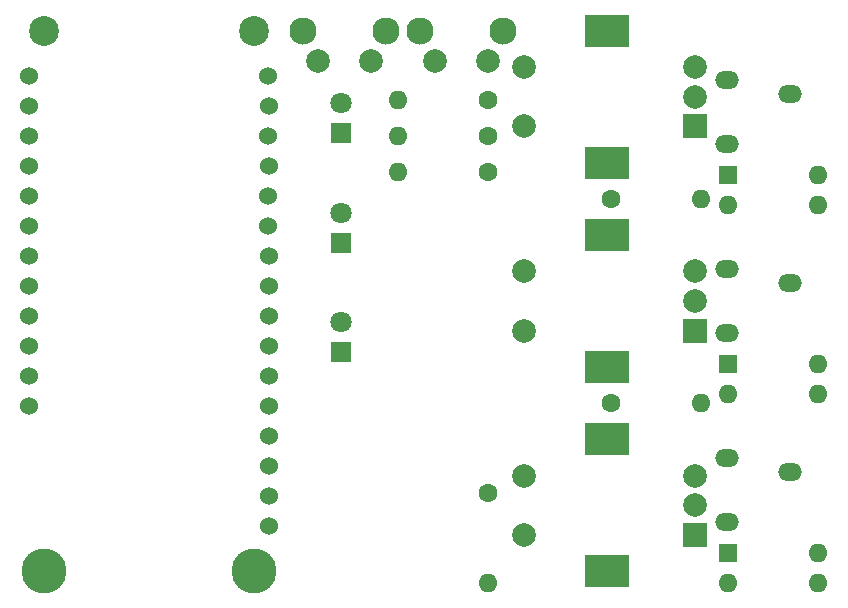
<source format=gbs>
G04 #@! TF.GenerationSoftware,KiCad,Pcbnew,(6.0.7)*
G04 #@! TF.CreationDate,2023-02-19T14:25:41-04:00*
G04 #@! TF.ProjectId,Twitch Switch Base,54776974-6368-4205-9377-697463682042,rev?*
G04 #@! TF.SameCoordinates,Original*
G04 #@! TF.FileFunction,Soldermask,Bot*
G04 #@! TF.FilePolarity,Negative*
%FSLAX46Y46*%
G04 Gerber Fmt 4.6, Leading zero omitted, Abs format (unit mm)*
G04 Created by KiCad (PCBNEW (6.0.7)) date 2023-02-19 14:25:41*
%MOMM*%
%LPD*%
G01*
G04 APERTURE LIST*
%ADD10R,2.000000X2.000000*%
%ADD11C,2.000000*%
%ADD12R,3.800000X2.800000*%
%ADD13C,1.600000*%
%ADD14O,1.600000X1.600000*%
%ADD15C,2.300000*%
%ADD16R,1.600000X1.600000*%
%ADD17R,1.800000X1.800000*%
%ADD18C,1.800000*%
%ADD19O,2.000000X1.500000*%
%ADD20C,2.530000*%
%ADD21C,1.524000*%
%ADD22C,3.810000*%
G04 APERTURE END LIST*
D10*
X173228000Y-86800000D03*
D11*
X173228000Y-81800000D03*
X173228000Y-84300000D03*
D12*
X165728000Y-78700000D03*
X165728000Y-89900000D03*
D11*
X158728000Y-81800000D03*
X158728000Y-86800000D03*
D13*
X166116000Y-110236000D03*
D14*
X173736000Y-110236000D03*
D11*
X151166000Y-81280000D03*
X155666000Y-81280000D03*
D15*
X156916000Y-78780000D03*
X149916000Y-78780000D03*
D16*
X176032000Y-122931000D03*
D14*
X176032000Y-125471000D03*
X183652000Y-125471000D03*
X183652000Y-122931000D03*
D17*
X143256000Y-87376000D03*
D18*
X143256000Y-84836000D03*
D19*
X175952000Y-120352000D03*
X181252000Y-116102000D03*
X175952000Y-114852000D03*
D17*
X143256000Y-105918000D03*
D18*
X143256000Y-103378000D03*
D19*
X175952000Y-88348000D03*
X181252000Y-84098000D03*
X175952000Y-82848000D03*
D10*
X173228000Y-121400000D03*
D11*
X173228000Y-116400000D03*
X173228000Y-118900000D03*
D12*
X165728000Y-124500000D03*
X165728000Y-113300000D03*
D11*
X158728000Y-116400000D03*
X158728000Y-121400000D03*
D17*
X143256000Y-96647000D03*
D18*
X143256000Y-94107000D03*
D13*
X155702000Y-84582000D03*
D14*
X148082000Y-84582000D03*
D13*
X155702000Y-90678000D03*
D14*
X148082000Y-90678000D03*
D19*
X175952000Y-104350000D03*
X181252000Y-100100000D03*
X175952000Y-98850000D03*
D11*
X141260000Y-81280000D03*
X145760000Y-81280000D03*
D15*
X147010000Y-78780000D03*
X140010000Y-78780000D03*
D16*
X176032000Y-106929000D03*
D14*
X176032000Y-109469000D03*
X183652000Y-109469000D03*
X183652000Y-106929000D03*
D13*
X155702000Y-117856000D03*
D14*
X155702000Y-125476000D03*
D13*
X155702000Y-87630000D03*
D14*
X148082000Y-87630000D03*
D20*
X118110000Y-78740000D03*
X135890000Y-78740000D03*
D21*
X137160000Y-120650000D03*
X137160000Y-118110000D03*
X137160000Y-115570000D03*
X137160000Y-113030000D03*
X137160000Y-110490000D03*
X137160000Y-107950000D03*
X137160000Y-105410000D03*
X137160000Y-102870000D03*
X137160000Y-100330000D03*
X137160000Y-97790000D03*
X137100000Y-95250000D03*
X137100000Y-92710000D03*
X137160000Y-90170000D03*
X137100000Y-87630000D03*
X137160000Y-85090000D03*
X137100000Y-82550000D03*
X116840000Y-82550000D03*
X116840000Y-85090000D03*
X116840000Y-87630000D03*
X116840000Y-90170000D03*
X116840000Y-92710000D03*
X116840000Y-95250000D03*
X116840000Y-97790000D03*
X116840000Y-100330000D03*
X116840000Y-102870000D03*
X116840000Y-105410000D03*
X116840000Y-107950000D03*
X116840000Y-110490000D03*
D22*
X118110000Y-124460000D03*
X135890000Y-124460000D03*
D13*
X166116000Y-92964000D03*
D14*
X173736000Y-92964000D03*
D10*
X173228000Y-104100000D03*
D11*
X173228000Y-99100000D03*
X173228000Y-101600000D03*
D12*
X165728000Y-96000000D03*
X165728000Y-107200000D03*
D11*
X158728000Y-99100000D03*
X158728000Y-104100000D03*
D16*
X176032000Y-90927000D03*
D14*
X176032000Y-93467000D03*
X183652000Y-93467000D03*
X183652000Y-90927000D03*
M02*

</source>
